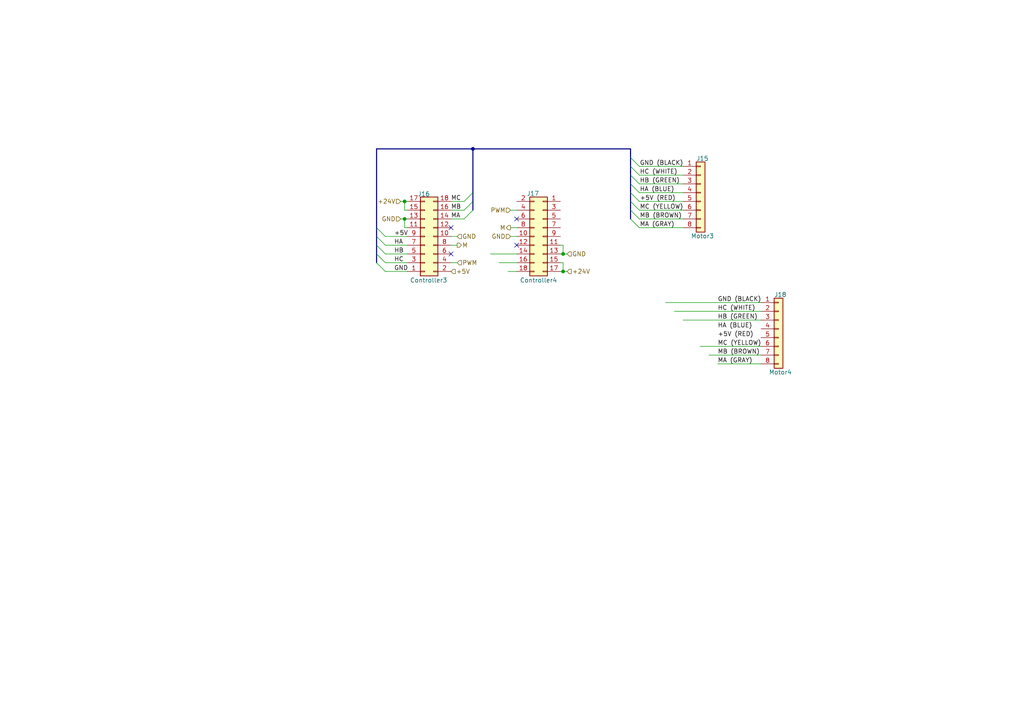
<source format=kicad_sch>
(kicad_sch (version 20211123) (generator eeschema)
  (paper "A4")
  (lib_symbols
    (symbol "Connector_Generic:Conn_01x08" (pin_names (offset 1.016) hide)
      (property "Reference" "J" (at 0 10.16 0))
      (property "Value" "Conn_01x08" (at 0 -12.7 0))
      (symbol "Conn_01x08_1_1"
        (rectangle (start -1.27 -10.033) (end 0 -10.287) (stroke (width 0.1524)))
        (rectangle (start -1.27 -7.493) (end 0 -7.747) (stroke (width 0.1524)))
        (rectangle (start -1.27 -4.953) (end 0 -5.207) (stroke (width 0.1524)))
        (rectangle (start -1.27 -2.413) (end 0 -2.667) (stroke (width 0.1524)))
        (rectangle (start -1.27 0.127) (end 0 -0.127) (stroke (width 0.1524)))
        (rectangle (start -1.27 2.667) (end 0 2.413) (stroke (width 0.1524)))
        (rectangle (start -1.27 5.207) (end 0 4.953) (stroke (width 0.1524)))
        (rectangle (start -1.27 7.747) (end 0 7.493) (stroke (width 0.1524)))
        (rectangle (start -1.27 8.89) (end 1.27 -11.43) (stroke (width 0.254)) (fill (type background)))
        (pin passive line (at -5.08 7.62 0) (length 3.81) (name "Pin_1") (number "1"))
        (pin passive line (at -5.08 5.08 0) (length 3.81) (name "Pin_2") (number "2"))
        (pin passive line (at -5.08 2.54 0) (length 3.81) (name "Pin_3") (number "3"))
        (pin passive line (at -5.08 0 0) (length 3.81) (name "Pin_4") (number "4"))
        (pin passive line (at -5.08 -2.54 0) (length 3.81) (name "Pin_5") (number "5"))
        (pin passive line (at -5.08 -5.08 0) (length 3.81) (name "Pin_6") (number "6"))
        (pin passive line (at -5.08 -7.62 0) (length 3.81) (name "Pin_7") (number "7"))
        (pin passive line (at -5.08 -10.16 0) (length 3.81) (name "Pin_8") (number "8"))
      )
    )
    (symbol "Connector_Generic:Conn_02x09_Odd_Even" (pin_names (offset 1.016) hide)
      (property "Reference" "J" (at 1.27 12.7 0))
      (property "Value" "Conn_02x09_Odd_Even" (at 1.27 -12.7 0))
      (symbol "Conn_02x09_Odd_Even_1_1"
        (rectangle (start -1.27 -10.033) (end 0 -10.287) (stroke (width 0.1524)))
        (rectangle (start -1.27 -7.493) (end 0 -7.747) (stroke (width 0.1524)))
        (rectangle (start -1.27 -4.953) (end 0 -5.207) (stroke (width 0.1524)))
        (rectangle (start -1.27 -2.413) (end 0 -2.667) (stroke (width 0.1524)))
        (rectangle (start -1.27 0.127) (end 0 -0.127) (stroke (width 0.1524)))
        (rectangle (start -1.27 2.667) (end 0 2.413) (stroke (width 0.1524)))
        (rectangle (start -1.27 5.207) (end 0 4.953) (stroke (width 0.1524)))
        (rectangle (start -1.27 7.747) (end 0 7.493) (stroke (width 0.1524)))
        (rectangle (start -1.27 10.287) (end 0 10.033) (stroke (width 0.1524)))
        (rectangle (start -1.27 11.43) (end 3.81 -11.43) (stroke (width 0.254)) (fill (type background)))
        (rectangle (start 3.81 -10.033) (end 2.54 -10.287) (stroke (width 0.1524)))
        (rectangle (start 3.81 -7.493) (end 2.54 -7.747) (stroke (width 0.1524)))
        (rectangle (start 3.81 -4.953) (end 2.54 -5.207) (stroke (width 0.1524)))
        (rectangle (start 3.81 -2.413) (end 2.54 -2.667) (stroke (width 0.1524)))
        (rectangle (start 3.81 0.127) (end 2.54 -0.127) (stroke (width 0.1524)))
        (rectangle (start 3.81 2.667) (end 2.54 2.413) (stroke (width 0.1524)))
        (rectangle (start 3.81 5.207) (end 2.54 4.953) (stroke (width 0.1524)))
        (rectangle (start 3.81 7.747) (end 2.54 7.493) (stroke (width 0.1524)))
        (rectangle (start 3.81 10.287) (end 2.54 10.033) (stroke (width 0.1524)))
        (pin passive line (at -5.08 10.16 0) (length 3.81) (name "Pin_1") (number "1"))
        (pin passive line (at 7.62 0 180) (length 3.81) (name "Pin_10") (number "10"))
        (pin passive line (at -5.08 -2.54 0) (length 3.81) (name "Pin_11") (number "11"))
        (pin passive line (at 7.62 -2.54 180) (length 3.81) (name "Pin_12") (number "12"))
        (pin passive line (at -5.08 -5.08 0) (length 3.81) (name "Pin_13") (number "13"))
        (pin passive line (at 7.62 -5.08 180) (length 3.81) (name "Pin_14") (number "14"))
        (pin passive line (at -5.08 -7.62 0) (length 3.81) (name "Pin_15") (number "15"))
        (pin passive line (at 7.62 -7.62 180) (length 3.81) (name "Pin_16") (number "16"))
        (pin passive line (at -5.08 -10.16 0) (length 3.81) (name "Pin_17") (number "17"))
        (pin passive line (at 7.62 -10.16 180) (length 3.81) (name "Pin_18") (number "18"))
        (pin passive line (at 7.62 10.16 180) (length 3.81) (name "Pin_2") (number "2"))
        (pin passive line (at -5.08 7.62 0) (length 3.81) (name "Pin_3") (number "3"))
        (pin passive line (at 7.62 7.62 180) (length 3.81) (name "Pin_4") (number "4"))
        (pin passive line (at -5.08 5.08 0) (length 3.81) (name "Pin_5") (number "5"))
        (pin passive line (at 7.62 5.08 180) (length 3.81) (name "Pin_6") (number "6"))
        (pin passive line (at -5.08 2.54 0) (length 3.81) (name "Pin_7") (number "7"))
        (pin passive line (at 7.62 2.54 180) (length 3.81) (name "Pin_8") (number "8"))
        (pin passive line (at -5.08 0 0) (length 3.81) (name "Pin_9") (number "9"))
      )
    )
  )
  (junction (at 163.322 73.66))
  (junction (at 137.16 43.18))
  (junction (at 163.322 78.74))
  (junction (at 117.348 63.5))
  (junction (at 117.348 58.42))
  (no_connect (at 130.81 73.66))
  (no_connect (at 149.86 71.12))
  (no_connect (at 149.86 63.5))
  (no_connect (at 130.81 66.04))
  (bus_entry (at 182.88 45.72) (size 2.54 2.54))
  (bus_entry (at 182.88 48.26) (size 2.54 2.54))
  (bus_entry (at 182.88 50.8) (size 2.54 2.54))
  (bus_entry (at 182.88 53.34) (size 2.54 2.54))
  (bus_entry (at 182.88 55.88) (size 2.54 2.54))
  (bus_entry (at 182.88 58.42) (size 2.54 2.54))
  (bus_entry (at 182.88 60.96) (size 2.54 2.54))
  (bus_entry (at 182.88 63.5) (size 2.54 2.54))
  (bus_entry (at 134.62 60.96) (size 2.54 -2.54))
  (bus_entry (at 134.62 63.5) (size 2.54 -2.54))
  (bus_entry (at 134.62 58.42) (size 2.54 -2.54))
  (bus_entry (at 109.22 76.2) (size 2.54 2.54))
  (bus_entry (at 109.22 73.66) (size 2.54 2.54))
  (bus_entry (at 109.22 71.12) (size 2.54 2.54))
  (bus_entry (at 109.22 68.58) (size 2.54 2.54))
  (bus_entry (at 109.22 66.04) (size 2.54 2.54))
  (wire (pts (xy 208.153 105.537) (xy 220.726 105.537)))
  (wire (pts (xy 111.76 73.66) (xy 118.11 73.66)))
  (bus (pts (xy 182.88 60.96) (xy 182.88 58.42)))
  (bus (pts (xy 182.88 53.34) (xy 182.88 50.8)))
  (bus (pts (xy 182.88 48.26) (xy 182.88 45.72)))
  (wire (pts (xy 148.082 66.04) (xy 149.86 66.04)))
  (wire (pts (xy 117.348 58.42) (xy 116.205 58.42)))
  (wire (pts (xy 185.42 66.04) (xy 198.12 66.04)))
  (wire (pts (xy 149.86 73.66) (xy 142.24 73.66)))
  (bus (pts (xy 182.88 45.72) (xy 182.88 43.18)))
  (wire (pts (xy 130.81 58.42) (xy 134.62 58.42)))
  (bus (pts (xy 109.22 73.66) (xy 109.22 76.2)))
  (bus (pts (xy 182.88 55.88) (xy 182.88 53.34)))
  (wire (pts (xy 117.348 60.96) (xy 117.348 58.42)))
  (wire (pts (xy 193.04 87.757) (xy 220.726 87.757)))
  (wire (pts (xy 185.42 58.42) (xy 198.12 58.42)))
  (wire (pts (xy 185.42 63.5) (xy 198.12 63.5)))
  (bus (pts (xy 182.88 63.5) (xy 182.88 60.96)))
  (bus (pts (xy 137.16 43.18) (xy 137.16 55.88)))
  (wire (pts (xy 132.588 71.12) (xy 130.81 71.12)))
  (wire (pts (xy 149.86 78.74) (xy 147.32 78.74)))
  (wire (pts (xy 185.42 60.96) (xy 198.12 60.96)))
  (wire (pts (xy 118.11 66.04) (xy 117.348 66.04)))
  (wire (pts (xy 111.76 76.2) (xy 118.11 76.2)))
  (bus (pts (xy 182.88 50.8) (xy 182.88 48.26)))
  (bus (pts (xy 109.22 43.18) (xy 137.16 43.18)))
  (wire (pts (xy 118.11 58.42) (xy 117.348 58.42)))
  (wire (pts (xy 185.42 53.34) (xy 198.12 53.34)))
  (wire (pts (xy 118.11 63.5) (xy 117.348 63.5)))
  (bus (pts (xy 182.88 58.42) (xy 182.88 55.88)))
  (bus (pts (xy 109.22 66.04) (xy 109.22 68.58)))
  (bus (pts (xy 109.22 68.58) (xy 109.22 71.12)))
  (wire (pts (xy 163.322 78.74) (xy 164.465 78.74)))
  (wire (pts (xy 111.76 71.12) (xy 118.11 71.12)))
  (wire (pts (xy 162.56 76.2) (xy 163.322 76.2)))
  (bus (pts (xy 137.16 43.18) (xy 182.88 43.18)))
  (wire (pts (xy 111.76 78.74) (xy 118.11 78.74)))
  (wire (pts (xy 203.073 100.457) (xy 220.726 100.457)))
  (wire (pts (xy 111.76 68.58) (xy 118.11 68.58)))
  (wire (pts (xy 185.42 55.88) (xy 198.12 55.88)))
  (wire (pts (xy 132.588 76.2) (xy 130.81 76.2)))
  (wire (pts (xy 117.348 63.5) (xy 116.205 63.5)))
  (wire (pts (xy 198.12 92.837) (xy 220.726 92.837)))
  (bus (pts (xy 109.22 43.18) (xy 109.22 66.04)))
  (wire (pts (xy 195.58 90.297) (xy 220.726 90.297)))
  (wire (pts (xy 132.588 68.58) (xy 130.81 68.58)))
  (bus (pts (xy 137.16 55.88) (xy 137.16 58.42)))
  (wire (pts (xy 130.81 60.96) (xy 134.62 60.96)))
  (wire (pts (xy 162.56 71.12) (xy 163.322 71.12)))
  (wire (pts (xy 117.348 66.04) (xy 117.348 63.5)))
  (wire (pts (xy 149.86 76.2) (xy 144.78 76.2)))
  (wire (pts (xy 118.11 60.96) (xy 117.348 60.96)))
  (wire (pts (xy 148.082 68.58) (xy 149.86 68.58)))
  (bus (pts (xy 137.16 58.42) (xy 137.16 60.96)))
  (wire (pts (xy 163.322 71.12) (xy 163.322 73.66)))
  (bus (pts (xy 109.22 71.12) (xy 109.22 73.66)))
  (wire (pts (xy 163.322 73.66) (xy 164.465 73.66)))
  (wire (pts (xy 185.42 48.26) (xy 198.12 48.26)))
  (wire (pts (xy 162.56 78.74) (xy 163.322 78.74)))
  (wire (pts (xy 185.42 50.8) (xy 198.12 50.8)))
  (wire (pts (xy 162.56 73.66) (xy 163.322 73.66)))
  (wire (pts (xy 130.81 63.5) (xy 134.62 63.5)))
  (wire (pts (xy 163.322 76.2) (xy 163.322 78.74)))
  (wire (pts (xy 148.082 60.96) (xy 149.86 60.96)))
  (wire (pts (xy 205.613 102.997) (xy 220.726 102.997)))
  (label "MC" (at 130.81 58.42 0))
  (label "MB (BROWN)" (at 208.153 102.997 0))
  (label "MC (YELLOW)" (at 185.547 60.96 0))
  (label "HC (WHITE)" (at 208.153 90.297 0))
  (label "HA (BLUE)" (at 185.547 55.88 0))
  (label "GND (BLACK)" (at 185.547 48.26 0))
  (label "MA (GRAY)" (at 185.547 66.04 0))
  (label "MA (GRAY)" (at 208.153 105.537 0))
  (label "+5V" (at 114.3 68.58 0))
  (label "HC (WHITE)" (at 185.547 50.8 0))
  (label "HA" (at 114.3 71.12 0))
  (label "HC" (at 114.3 76.2 0))
  (label "MA" (at 130.81 63.5 0))
  (label "GND" (at 114.3 78.74 0))
  (label "HB" (at 114.3 73.66 0))
  (label "HB (GREEN)" (at 208.153 92.837 0))
  (label "GND (BLACK)" (at 208.153 87.757 0))
  (label "HA (BLUE)" (at 208.153 95.377 0))
  (label "HB (GREEN)" (at 185.547 53.34 0))
  (label "MB (BROWN)" (at 185.547 63.5 0))
  (label "MB" (at 130.81 60.96 0))
  (label "+5V (RED)" (at 208.153 97.917 0))
  (label "+5V (RED)" (at 185.547 58.42 0))
  (label "MC (YELLOW)" (at 208.153 100.457 0))
  (hierarchical_label "PWM" (shape input) (at 148.082 60.96 180))
  (hierarchical_label "GND" (shape input) (at 132.588 68.58 0))
  (hierarchical_label "M" (shape output) (at 148.082 66.04 180))
  (hierarchical_label "GND" (shape input) (at 148.082 68.58 180))
  (hierarchical_label "M" (shape output) (at 132.588 71.12 0))
  (hierarchical_label "+5V" (shape input) (at 130.81 78.74 0))
  (hierarchical_label "GND" (shape input) (at 116.205 63.5 180))
  (hierarchical_label "+24V" (shape input) (at 164.465 78.74 0))
  (hierarchical_label "GND" (shape input) (at 164.465 73.66 0))
  (hierarchical_label "+24V" (shape input) (at 116.205 58.42 180))
  (hierarchical_label "PWM" (shape input) (at 132.588 76.2 0))
  (symbol (lib_id "Connector_Generic:Conn_02x09_Odd_Even") (at 123.19 68.58 0) (mirror x) (unit 1)
    (property "Reference" "J16" (at 122.936 56.261 0))
    (property "Value" "Controller3" (at 124.333 81.28 0))
  )
  (symbol (lib_id "Connector_Generic:Conn_02x09_Odd_Even") (at 157.48 68.58 0) (mirror y) (unit 1)
    (property "Reference" "J17" (at 154.559 56.134 0))
    (property "Value" "Controller4" (at 156.21 81.28 0))
  )
  (symbol (lib_id "Connector_Generic:Conn_01x08") (at 203.2 55.88 0) (unit 1)
    (property "Reference" "J15" (at 201.93 45.974 0) (effects (justify left)))
    (property "Value" "Motor3" (at 200.406 68.453 0) (effects (justify left)))
  )
  (symbol (lib_id "Connector_Generic:Conn_01x08") (at 225.806 95.377 0) (unit 1)
    (property "Reference" "J18" (at 224.536 85.471 0) (effects (justify left)))
    (property "Value" "Motor4" (at 223.012 107.95 0) (effects (justify left)))
  )
)
</source>
